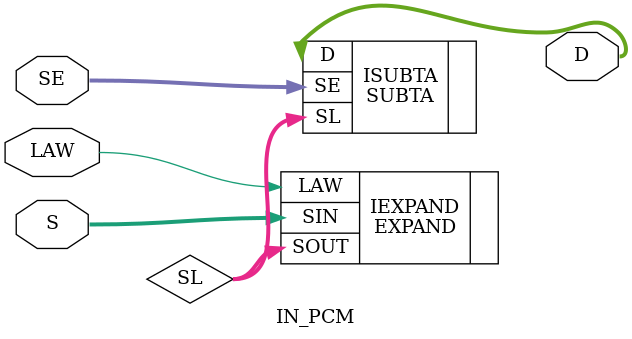
<source format=v>
/* IN_PCM.v
*
* Module:Input PCM format conversion
*
* Authors:
* ABHISHEK RAMESH
*
* Description:
* Decode PCM code word and computes the difference signal.
*
* Revision History:
* _Rev #_	_Author(s)_		_Date_		_Changes_
* 1.00		Abhishek Ramesh		03/31/2014	Module started and completed.
* 1.01		Abhishek Ramesh		04/06/2014	Added SE input
*
*/

module IN_PCM (	S, 
		SE,
		LAW,
		D);

///////////////// Inputs and Output declaration///////////////
input [7:0] S;
input LAW;
input [14:0] SE;

output [15:0] D; 

/////////////////////////// Declaration of wires //////////////////////
wire [13:0] SL;

////////////////////////// Module instantiation //////////////////////
EXPAND IEXPAND (
	.SIN(S),
	.LAW(LAW),
	.SOUT(SL)
);

SUBTA ISUBTA (
	.SL(SL),
	.SE(SE),
	.D(D)
);


endmodule // IN_PCM

</source>
